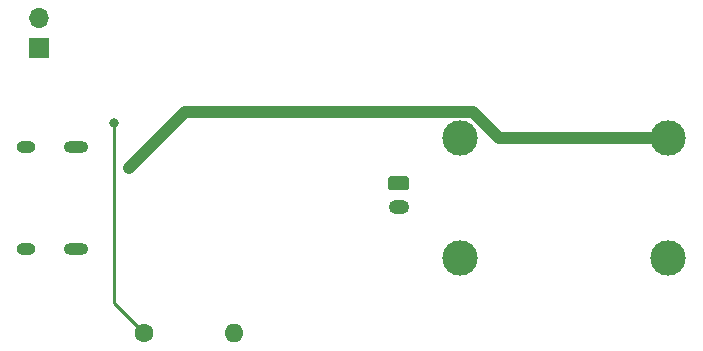
<source format=gbr>
G04 #@! TF.GenerationSoftware,KiCad,Pcbnew,5.1.5+dfsg1-2build2*
G04 #@! TF.CreationDate,2022-04-23T15:18:04+02:00*
G04 #@! TF.ProjectId,vogelhuisje_kicad,766f6765-6c68-4756-9973-6a655f6b6963,rev?*
G04 #@! TF.SameCoordinates,Original*
G04 #@! TF.FileFunction,Copper,L2,Bot*
G04 #@! TF.FilePolarity,Positive*
%FSLAX46Y46*%
G04 Gerber Fmt 4.6, Leading zero omitted, Abs format (unit mm)*
G04 Created by KiCad (PCBNEW 5.1.5+dfsg1-2build2) date 2022-04-23 15:18:04*
%MOMM*%
%LPD*%
G04 APERTURE LIST*
%ADD10O,2.100000X1.000000*%
%ADD11O,1.600000X1.000000*%
%ADD12O,1.700000X1.700000*%
%ADD13R,1.700000X1.700000*%
%ADD14O,1.750000X1.200000*%
%ADD15C,0.100000*%
%ADD16O,1.600000X1.600000*%
%ADD17C,1.600000*%
%ADD18C,3.000000*%
%ADD19C,0.800000*%
%ADD20C,0.250000*%
%ADD21C,1.000000*%
G04 APERTURE END LIST*
D10*
X79330000Y-98300000D03*
X79330000Y-89660000D03*
D11*
X75150000Y-89660000D03*
X75150000Y-98300000D03*
D12*
X76200000Y-78740000D03*
D13*
X76200000Y-81280000D03*
D14*
X106680000Y-94710000D03*
G04 #@! TA.AperFunction,ComponentPad*
D15*
G36*
X107329505Y-92111204D02*
G01*
X107353773Y-92114804D01*
X107377572Y-92120765D01*
X107400671Y-92129030D01*
X107422850Y-92139520D01*
X107443893Y-92152132D01*
X107463599Y-92166747D01*
X107481777Y-92183223D01*
X107498253Y-92201401D01*
X107512868Y-92221107D01*
X107525480Y-92242150D01*
X107535970Y-92264329D01*
X107544235Y-92287428D01*
X107550196Y-92311227D01*
X107553796Y-92335495D01*
X107555000Y-92359999D01*
X107555000Y-93060001D01*
X107553796Y-93084505D01*
X107550196Y-93108773D01*
X107544235Y-93132572D01*
X107535970Y-93155671D01*
X107525480Y-93177850D01*
X107512868Y-93198893D01*
X107498253Y-93218599D01*
X107481777Y-93236777D01*
X107463599Y-93253253D01*
X107443893Y-93267868D01*
X107422850Y-93280480D01*
X107400671Y-93290970D01*
X107377572Y-93299235D01*
X107353773Y-93305196D01*
X107329505Y-93308796D01*
X107305001Y-93310000D01*
X106054999Y-93310000D01*
X106030495Y-93308796D01*
X106006227Y-93305196D01*
X105982428Y-93299235D01*
X105959329Y-93290970D01*
X105937150Y-93280480D01*
X105916107Y-93267868D01*
X105896401Y-93253253D01*
X105878223Y-93236777D01*
X105861747Y-93218599D01*
X105847132Y-93198893D01*
X105834520Y-93177850D01*
X105824030Y-93155671D01*
X105815765Y-93132572D01*
X105809804Y-93108773D01*
X105806204Y-93084505D01*
X105805000Y-93060001D01*
X105805000Y-92359999D01*
X105806204Y-92335495D01*
X105809804Y-92311227D01*
X105815765Y-92287428D01*
X105824030Y-92264329D01*
X105834520Y-92242150D01*
X105847132Y-92221107D01*
X105861747Y-92201401D01*
X105878223Y-92183223D01*
X105896401Y-92166747D01*
X105916107Y-92152132D01*
X105937150Y-92139520D01*
X105959329Y-92129030D01*
X105982428Y-92120765D01*
X106006227Y-92114804D01*
X106030495Y-92111204D01*
X106054999Y-92110000D01*
X107305001Y-92110000D01*
X107329505Y-92111204D01*
G37*
G04 #@! TD.AperFunction*
D16*
X92710000Y-105410000D03*
D17*
X85090000Y-105410000D03*
D18*
X129520000Y-99085000D03*
X129520000Y-88885000D03*
X111920000Y-99085000D03*
X111920000Y-88885000D03*
D19*
X82550000Y-87630000D03*
X83820000Y-91440000D03*
D20*
X85090000Y-105410000D02*
X83820000Y-104140000D01*
X83820000Y-104140000D02*
X82550000Y-102870000D01*
X82550000Y-102870000D02*
X82550000Y-87630000D01*
X82550000Y-87630000D02*
X82550000Y-87630000D01*
D21*
X112976001Y-86684999D02*
X88575001Y-86684999D01*
X115176002Y-88885000D02*
X112976001Y-86684999D01*
X129520000Y-88885000D02*
X115176002Y-88885000D01*
X88575001Y-86684999D02*
X83820000Y-91440000D01*
X83820000Y-91440000D02*
X83820000Y-91440000D01*
M02*

</source>
